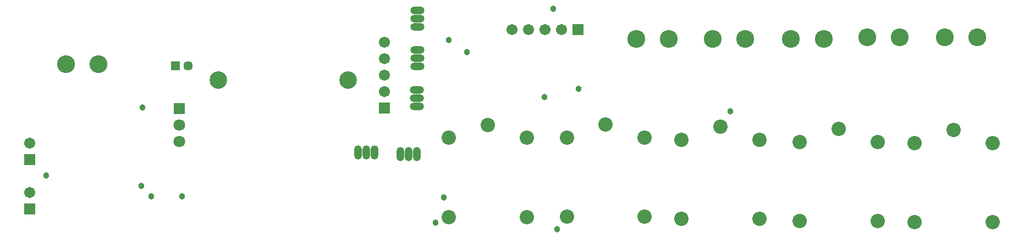
<source format=gbs>
%FSLAX25Y25*%
%MOIN*%
G70*
G01*
G75*
G04 Layer_Color=16711935*
%ADD10R,0.05118X0.05906*%
%ADD11R,0.06102X0.09646*%
%ADD12R,0.06299X0.02362*%
%ADD13R,0.05906X0.05118*%
%ADD14R,0.08661X0.07874*%
%ADD15R,0.09646X0.06102*%
%ADD16R,0.12992X0.09449*%
%ADD17R,0.03937X0.09449*%
G04:AMPARAMS|DCode=18|XSize=50mil|YSize=50mil|CornerRadius=6.25mil|HoleSize=0mil|Usage=FLASHONLY|Rotation=270.000|XOffset=0mil|YOffset=0mil|HoleType=Round|Shape=RoundedRectangle|*
%AMROUNDEDRECTD18*
21,1,0.05000,0.03750,0,0,270.0*
21,1,0.03750,0.05000,0,0,270.0*
1,1,0.01250,-0.01875,-0.01875*
1,1,0.01250,-0.01875,0.01875*
1,1,0.01250,0.01875,0.01875*
1,1,0.01250,0.01875,-0.01875*
%
%ADD18ROUNDEDRECTD18*%
%ADD19C,0.02000*%
%ADD20C,0.03000*%
%ADD21C,0.11000*%
%ADD22C,0.05906*%
%ADD23R,0.05906X0.05906*%
%ADD24O,0.07874X0.03937*%
%ADD25O,0.07874X0.03937*%
%ADD26C,0.10000*%
%ADD27C,0.07874*%
%ADD28R,0.05906X0.05906*%
%ADD29C,0.09843*%
%ADD30C,0.04921*%
%ADD31R,0.04921X0.04921*%
%ADD32C,0.06299*%
%ADD33R,0.06299X0.06299*%
%ADD34O,0.03937X0.07874*%
%ADD35O,0.03937X0.07874*%
%ADD36C,0.03000*%
%ADD37C,0.07874*%
%ADD38C,0.00984*%
%ADD39C,0.00787*%
%ADD40C,0.01000*%
%ADD41C,0.00500*%
%ADD42C,0.00300*%
%ADD43R,0.05918X0.06706*%
%ADD44R,0.06902X0.10446*%
%ADD45R,0.07099X0.03162*%
%ADD46R,0.06706X0.05918*%
%ADD47R,0.09461X0.08674*%
%ADD48R,0.10446X0.06902*%
%ADD49R,0.13792X0.10249*%
%ADD50R,0.04737X0.10249*%
G04:AMPARAMS|DCode=51|XSize=58mil|YSize=58mil|CornerRadius=10.25mil|HoleSize=0mil|Usage=FLASHONLY|Rotation=270.000|XOffset=0mil|YOffset=0mil|HoleType=Round|Shape=RoundedRectangle|*
%AMROUNDEDRECTD51*
21,1,0.05800,0.03750,0,0,270.0*
21,1,0.03750,0.05800,0,0,270.0*
1,1,0.02050,-0.01875,-0.01875*
1,1,0.02050,-0.01875,0.01875*
1,1,0.02050,0.01875,0.01875*
1,1,0.02050,0.01875,-0.01875*
%
%ADD51ROUNDEDRECTD51*%
%ADD52C,0.06706*%
%ADD53R,0.06706X0.06706*%
%ADD54O,0.08674X0.04737*%
%ADD55O,0.08674X0.04737*%
%ADD56C,0.10800*%
%ADD57C,0.08674*%
%ADD58R,0.06706X0.06706*%
%ADD59C,0.10642*%
%ADD60C,0.05721*%
%ADD61R,0.05721X0.05721*%
%ADD62C,0.07099*%
%ADD63R,0.07099X0.07099*%
%ADD64O,0.04737X0.08674*%
%ADD65O,0.04737X0.08674*%
%ADD66C,0.03800*%
%ADD67C,0.08674*%
D52*
X10900Y39000D02*
D03*
X225600Y100200D02*
D03*
Y110200D02*
D03*
Y120200D02*
D03*
Y130200D02*
D03*
X333000Y138000D02*
D03*
X323000D02*
D03*
X313000D02*
D03*
X303000D02*
D03*
X10900Y69000D02*
D03*
D53*
Y29000D02*
D03*
X225600Y90200D02*
D03*
X10900Y59000D02*
D03*
D54*
X245300Y91300D02*
D03*
Y96300D02*
D03*
X245900Y115600D02*
D03*
Y120600D02*
D03*
Y139600D02*
D03*
Y144600D02*
D03*
D55*
X245300Y101300D02*
D03*
X245900Y125600D02*
D03*
Y149600D02*
D03*
D56*
X398143Y132200D02*
D03*
X378457D02*
D03*
X491943D02*
D03*
X472258D02*
D03*
X32757Y117000D02*
D03*
X52443D02*
D03*
X444343Y132200D02*
D03*
X424657D02*
D03*
X565357Y133400D02*
D03*
X585042D02*
D03*
X518558D02*
D03*
X538242D02*
D03*
D58*
X343000Y138000D02*
D03*
D59*
X203870Y107100D02*
D03*
X125130D02*
D03*
D60*
X106837Y116000D02*
D03*
D61*
X98963D02*
D03*
D62*
X101400Y70000D02*
D03*
Y80000D02*
D03*
D63*
Y90000D02*
D03*
D64*
X219700Y63300D02*
D03*
X214700D02*
D03*
X245300Y62400D02*
D03*
X240300D02*
D03*
D65*
X209700Y63300D02*
D03*
X235300Y62400D02*
D03*
D66*
X84470Y36700D02*
D03*
X102955D02*
D03*
X435270Y88200D02*
D03*
X322670Y97000D02*
D03*
X256870Y20730D02*
D03*
X330270Y16600D02*
D03*
X261770Y35900D02*
D03*
X78970Y90472D02*
D03*
X20600Y49300D02*
D03*
X327970Y150700D02*
D03*
X264870Y131647D02*
D03*
X275670Y124100D02*
D03*
X343470Y101900D02*
D03*
X78270Y42906D02*
D03*
D67*
X405890Y22983D02*
D03*
Y71014D02*
D03*
X453134Y22983D02*
D03*
Y71014D02*
D03*
X429512Y78888D02*
D03*
X336290Y24283D02*
D03*
Y72314D02*
D03*
X383534Y24283D02*
D03*
Y72314D02*
D03*
X359912Y80188D02*
D03*
X264890Y24083D02*
D03*
Y72114D02*
D03*
X312134Y24083D02*
D03*
Y72114D02*
D03*
X288512Y79988D02*
D03*
X547090Y20983D02*
D03*
Y69014D02*
D03*
X594334Y20983D02*
D03*
Y69014D02*
D03*
X570712Y76888D02*
D03*
X477490Y21683D02*
D03*
Y69714D02*
D03*
X524734Y21683D02*
D03*
Y69714D02*
D03*
X501112Y77588D02*
D03*
M02*

</source>
